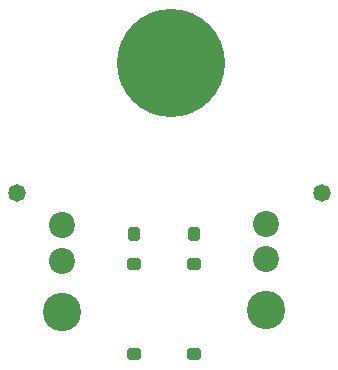
<source format=gts>
G04*
G04 #@! TF.GenerationSoftware,Altium Limited,Altium Designer,18.1.6 (161)*
G04*
G04 Layer_Color=8388736*
%FSLAX44Y44*%
%MOMM*%
G71*
G01*
G75*
%ADD13C,9.1500*%
%ADD14C,1.4800*%
G04:AMPARAMS|DCode=15|XSize=1.2mm|YSize=1mm|CornerRadius=0.3mm|HoleSize=0mm|Usage=FLASHONLY|Rotation=180.000|XOffset=0mm|YOffset=0mm|HoleType=Round|Shape=RoundedRectangle|*
%AMROUNDEDRECTD15*
21,1,1.2000,0.4000,0,0,180.0*
21,1,0.6000,1.0000,0,0,180.0*
1,1,0.6000,-0.3000,0.2000*
1,1,0.6000,0.3000,0.2000*
1,1,0.6000,0.3000,-0.2000*
1,1,0.6000,-0.3000,-0.2000*
%
%ADD15ROUNDEDRECTD15*%
G04:AMPARAMS|DCode=16|XSize=1.2mm|YSize=1mm|CornerRadius=0.3mm|HoleSize=0mm|Usage=FLASHONLY|Rotation=270.000|XOffset=0mm|YOffset=0mm|HoleType=Round|Shape=RoundedRectangle|*
%AMROUNDEDRECTD16*
21,1,1.2000,0.4000,0,0,270.0*
21,1,0.6000,1.0000,0,0,270.0*
1,1,0.6000,-0.2000,-0.3000*
1,1,0.6000,-0.2000,0.3000*
1,1,0.6000,0.2000,0.3000*
1,1,0.6000,0.2000,-0.3000*
%
%ADD16ROUNDEDRECTD16*%
%ADD17C,2.2000*%
%ADD18C,3.2480*%
D13*
X868680Y1009650D02*
D03*
D14*
X737870Y899160D02*
D03*
X995870D02*
D03*
D15*
X836930Y763270D02*
D03*
X887730D02*
D03*
X836930Y839470D02*
D03*
X887730D02*
D03*
D16*
Y864870D02*
D03*
X836930D02*
D03*
D17*
X775970Y871982D02*
D03*
Y842010D02*
D03*
X948690Y873252D02*
D03*
Y843280D02*
D03*
D18*
X775970Y798830D02*
D03*
X948690Y800100D02*
D03*
M02*

</source>
